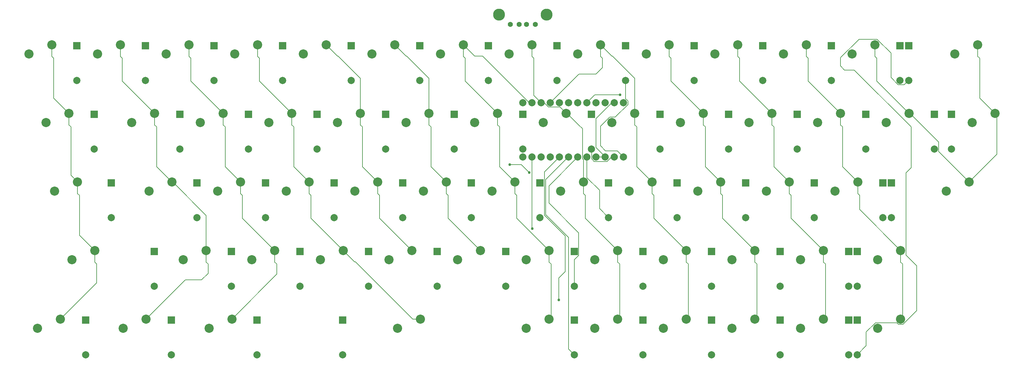
<source format=gbr>
G04 EAGLE Gerber RS-274X export*
G75*
%MOMM*%
%FSLAX34Y34*%
%LPD*%
%INTop Copper*%
%IPPOS*%
%AMOC8*
5,1,8,0,0,1.08239X$1,22.5*%
G01*
%ADD10C,2.000000*%
%ADD11C,2.540000*%
%ADD12R,2.000000X2.000000*%
%ADD13C,3.316000*%
%ADD14C,1.428000*%
%ADD15C,0.152400*%
%ADD16C,0.756400*%


D10*
X1524116Y691132D03*
X1549516Y691132D03*
X1574916Y691132D03*
X1600316Y691132D03*
X1625716Y691132D03*
X1651116Y691132D03*
X1676516Y691132D03*
X1701916Y691132D03*
X1727316Y691132D03*
X1752716Y691132D03*
X1778116Y691132D03*
X1803516Y691132D03*
X1524116Y842332D03*
X1549516Y842332D03*
X1574916Y842332D03*
X1600316Y842332D03*
X1625716Y842332D03*
X1651116Y842332D03*
X1676516Y842332D03*
X1701916Y842332D03*
X1727316Y842332D03*
X1752716Y842332D03*
X1778116Y842332D03*
X1803516Y842332D03*
D11*
X152400Y977900D03*
X215900Y1003300D03*
X342900Y977900D03*
X406400Y1003300D03*
X533400Y977900D03*
X596900Y1003300D03*
X723900Y977900D03*
X787400Y1003300D03*
X914400Y977900D03*
X977900Y1003300D03*
X1104900Y977900D03*
X1168400Y1003300D03*
X1295400Y977900D03*
X1358900Y1003300D03*
X1485900Y977900D03*
X1549400Y1003300D03*
X1676400Y977900D03*
X1739900Y1003300D03*
X1866900Y977900D03*
X1930400Y1003300D03*
X2057400Y977900D03*
X2120900Y1003300D03*
X2247900Y977900D03*
X2311400Y1003300D03*
X200025Y787400D03*
X263525Y812800D03*
X438150Y787400D03*
X501650Y812800D03*
X628650Y787400D03*
X692150Y812800D03*
X819150Y787400D03*
X882650Y812800D03*
X1009650Y787400D03*
X1073150Y812800D03*
X1200150Y787400D03*
X1263650Y812800D03*
X1390650Y787400D03*
X1454150Y812800D03*
X1581150Y787400D03*
X1644650Y812800D03*
X1771650Y787400D03*
X1835150Y812800D03*
X1962150Y787400D03*
X2025650Y812800D03*
X2152650Y787400D03*
X2216150Y812800D03*
X2343150Y787400D03*
X2406650Y812800D03*
X2533650Y787400D03*
X2597150Y812800D03*
X223838Y596900D03*
X287338Y622300D03*
X485775Y596900D03*
X549275Y622300D03*
X676275Y596900D03*
X739775Y622300D03*
X866775Y596900D03*
X930275Y622300D03*
X1057275Y596900D03*
X1120775Y622300D03*
X1247775Y596900D03*
X1311275Y622300D03*
X1438275Y596900D03*
X1501775Y622300D03*
X1628775Y596900D03*
X1692275Y622300D03*
X1819275Y596900D03*
X1882775Y622300D03*
X2009775Y596900D03*
X2073275Y622300D03*
X2200275Y596900D03*
X2263775Y622300D03*
X2390775Y596900D03*
X2454275Y622300D03*
X581025Y406400D03*
X644525Y431800D03*
X771525Y406400D03*
X835025Y431800D03*
X962025Y406400D03*
X1025525Y431800D03*
X1152525Y406400D03*
X1216025Y431800D03*
X1343025Y406400D03*
X1406525Y431800D03*
X1533525Y406400D03*
X1597025Y431800D03*
X1724025Y406400D03*
X1787525Y431800D03*
X1914525Y406400D03*
X1978025Y431800D03*
X2105025Y406400D03*
X2168525Y431800D03*
X2295525Y406400D03*
X2359025Y431800D03*
X2771775Y787400D03*
X2835275Y812800D03*
X176213Y215900D03*
X239713Y241300D03*
X414338Y215900D03*
X477838Y241300D03*
X652463Y215900D03*
X715963Y241300D03*
X1724025Y215900D03*
X1787525Y241300D03*
X1914525Y215900D03*
X1978025Y241300D03*
X2105025Y215900D03*
X2168525Y241300D03*
X2295525Y215900D03*
X2359025Y241300D03*
X271463Y406400D03*
X334963Y431800D03*
X1176338Y215900D03*
X1239838Y241300D03*
X1533525Y215900D03*
X1597025Y241300D03*
D12*
X285750Y1000700D03*
D10*
X285750Y904300D03*
D12*
X476250Y1000700D03*
D10*
X476250Y904300D03*
D12*
X666750Y1000700D03*
D10*
X666750Y904300D03*
D12*
X857250Y1000700D03*
D10*
X857250Y904300D03*
D12*
X1047750Y1000700D03*
D10*
X1047750Y904300D03*
D12*
X1238250Y1000700D03*
D10*
X1238250Y904300D03*
D12*
X1428750Y1000700D03*
D10*
X1428750Y904300D03*
D12*
X1619250Y1000700D03*
D10*
X1619250Y904300D03*
D12*
X1809750Y1000700D03*
D10*
X1809750Y904300D03*
D12*
X2000250Y1000700D03*
D10*
X2000250Y904300D03*
D12*
X2190750Y1000700D03*
D10*
X2190750Y904300D03*
D12*
X2381250Y1000700D03*
D10*
X2381250Y904300D03*
D12*
X2571750Y1000700D03*
D10*
X2571750Y904300D03*
D12*
X333375Y810200D03*
D10*
X333375Y713800D03*
D12*
X571500Y810200D03*
D10*
X571500Y713800D03*
D12*
X762000Y810200D03*
D10*
X762000Y713800D03*
D12*
X952500Y810200D03*
D10*
X952500Y713800D03*
D12*
X1143000Y810200D03*
D10*
X1143000Y713800D03*
D12*
X1333500Y810200D03*
D10*
X1333500Y713800D03*
D12*
X1524000Y810200D03*
D10*
X1524000Y713800D03*
D12*
X1714500Y810200D03*
D10*
X1714500Y713800D03*
D12*
X1905000Y810200D03*
D10*
X1905000Y713800D03*
D12*
X2095500Y810200D03*
D10*
X2095500Y713800D03*
D12*
X2286000Y810200D03*
D10*
X2286000Y713800D03*
D12*
X2476500Y810200D03*
D10*
X2476500Y713800D03*
D12*
X2667000Y810200D03*
D10*
X2667000Y713800D03*
D12*
X381000Y619700D03*
D10*
X381000Y523300D03*
D12*
X619125Y619700D03*
D10*
X619125Y523300D03*
D12*
X809625Y619700D03*
D10*
X809625Y523300D03*
D12*
X1000125Y619700D03*
D10*
X1000125Y523300D03*
D12*
X1190625Y619700D03*
D10*
X1190625Y523300D03*
D12*
X1381125Y619700D03*
D10*
X1381125Y523300D03*
D12*
X1571625Y619700D03*
D10*
X1571625Y523300D03*
D12*
X1762125Y619700D03*
D10*
X1762125Y523300D03*
D12*
X1952625Y619700D03*
D10*
X1952625Y523300D03*
D12*
X2143125Y619700D03*
D10*
X2143125Y523300D03*
D12*
X2333625Y619700D03*
D10*
X2333625Y523300D03*
D12*
X2524125Y619700D03*
D10*
X2524125Y523300D03*
D12*
X2547938Y619700D03*
D10*
X2547938Y523300D03*
D12*
X500063Y429200D03*
D10*
X500063Y332800D03*
D12*
X714375Y429200D03*
D10*
X714375Y332800D03*
D12*
X904875Y429200D03*
D10*
X904875Y332800D03*
D12*
X1095375Y429200D03*
D10*
X1095375Y332800D03*
D12*
X1285875Y429200D03*
D10*
X1285875Y332800D03*
D12*
X1476375Y429200D03*
D10*
X1476375Y332800D03*
D12*
X1666875Y429200D03*
D10*
X1666875Y332800D03*
D12*
X1857375Y429200D03*
D10*
X1857375Y332800D03*
D12*
X2047875Y429200D03*
D10*
X2047875Y332800D03*
D12*
X2238375Y429200D03*
D10*
X2238375Y332800D03*
D12*
X2428875Y429200D03*
D10*
X2428875Y332800D03*
D12*
X2714625Y810200D03*
D10*
X2714625Y713800D03*
D12*
X309563Y238700D03*
D10*
X309563Y142300D03*
D12*
X547688Y238700D03*
D10*
X547688Y142300D03*
D12*
X785813Y238700D03*
D10*
X785813Y142300D03*
D12*
X1023938Y238700D03*
D10*
X1023938Y142300D03*
D12*
X1666875Y238700D03*
D10*
X1666875Y142300D03*
D12*
X1857375Y238700D03*
D10*
X1857375Y142300D03*
D12*
X2047875Y238700D03*
D10*
X2047875Y142300D03*
D12*
X2238375Y238700D03*
D10*
X2238375Y142300D03*
D12*
X2428875Y238700D03*
D10*
X2428875Y142300D03*
D11*
X2724150Y977900D03*
X2787650Y1003300D03*
D12*
X2595563Y1000700D03*
D10*
X2595563Y904300D03*
D11*
X2438400Y977900D03*
X2501900Y1003300D03*
X2700338Y596900D03*
X2763838Y622300D03*
D13*
X1589700Y1086388D03*
X1458300Y1086388D03*
D14*
X1514000Y1059288D03*
X1534000Y1059288D03*
X1489000Y1059288D03*
X1559000Y1059288D03*
D11*
X2509838Y406400D03*
X2573338Y431800D03*
X2509838Y215900D03*
X2573338Y241300D03*
D12*
X2452688Y429200D03*
D10*
X2452688Y332800D03*
D12*
X2452688Y238700D03*
D10*
X2452688Y142300D03*
D15*
X1809750Y853474D02*
X1809750Y904300D01*
X1809750Y853474D02*
X1815802Y847421D01*
X1765443Y802386D02*
X1739528Y776471D01*
X1739528Y722532D01*
X1753850Y708210D01*
X1815802Y837243D02*
X1815802Y847421D01*
X1815802Y837243D02*
X1780945Y802386D01*
X1765443Y802386D01*
X1786438Y708210D02*
X1803516Y691132D01*
X1786438Y708210D02*
X1753850Y708210D01*
X1722227Y678846D02*
X1715030Y686043D01*
X1770091Y691132D02*
X1778116Y691132D01*
X1715030Y713270D02*
X1714500Y713800D01*
X1757805Y678846D02*
X1770091Y691132D01*
X1715030Y686043D02*
X1715030Y713270D01*
X1722227Y678846D02*
X1757805Y678846D01*
X1701916Y691132D02*
X1701916Y633852D01*
X1737097Y548328D02*
X1762125Y523300D01*
X1737097Y598671D02*
X1701916Y633852D01*
X1737097Y598671D02*
X1737097Y548328D01*
X1666875Y405967D02*
X1666875Y332800D01*
X1666875Y405967D02*
X1679161Y418253D01*
X1596653Y611269D02*
X1676516Y691132D01*
X1596653Y611269D02*
X1596653Y563455D01*
X1679161Y480947D02*
X1679161Y418253D01*
X1679161Y480947D02*
X1596653Y563455D01*
X2501900Y970830D02*
X2501900Y1003300D01*
X2501900Y970830D02*
X2507422Y965308D01*
X2507422Y902528D02*
X2597150Y812800D01*
X2507422Y902528D02*
X2507422Y965308D01*
X2679286Y706852D02*
X2763838Y622300D01*
X2679286Y732731D02*
X2599217Y812800D01*
X2597150Y812800D01*
X2679286Y732731D02*
X2679286Y706852D01*
X2835275Y812800D02*
X2840797Y807278D01*
X2840797Y699260D01*
X2763838Y622300D01*
X2793172Y965308D02*
X2787650Y970830D01*
X2787650Y1003300D01*
X2793172Y854903D02*
X2835275Y812800D01*
X2793172Y854903D02*
X2793172Y965308D01*
X1723584Y864000D02*
X1701916Y842332D01*
X1723584Y864000D02*
X1794000Y864000D01*
D16*
X1794000Y864000D03*
D15*
X2311400Y970830D02*
X2311400Y1003300D01*
X2311400Y970830D02*
X2316922Y965308D01*
X2316922Y902528D02*
X2406650Y812800D01*
X2316922Y902528D02*
X2316922Y965308D01*
X2406650Y812800D02*
X2406650Y780330D01*
X2412172Y774808D01*
X2412172Y664403D02*
X2454275Y622300D01*
X2412172Y664403D02*
X2412172Y774808D01*
X2454275Y622300D02*
X2454275Y589830D01*
X2459797Y584308D01*
X2459797Y545341D02*
X2573338Y431800D01*
X2459797Y545341D02*
X2459797Y584308D01*
X2573338Y431800D02*
X2573338Y399330D01*
X2578860Y393808D01*
X2578860Y245235D01*
X2571750Y238125D01*
X2571750Y239713D01*
X2573338Y241300D01*
X2120900Y970830D02*
X2120900Y1003300D01*
X2120900Y970830D02*
X2126422Y965308D01*
X2126422Y902528D02*
X2216150Y812800D01*
X2126422Y902528D02*
X2126422Y965308D01*
X2216150Y812800D02*
X2216150Y780330D01*
X2221672Y774808D01*
X2221672Y664403D02*
X2263775Y622300D01*
X2221672Y664403D02*
X2221672Y774808D01*
X2263775Y622300D02*
X2263775Y589830D01*
X2269297Y584308D01*
X2269297Y521528D02*
X2359025Y431800D01*
X2269297Y521528D02*
X2269297Y584308D01*
X2359025Y431800D02*
X2359025Y399330D01*
X2364547Y393808D01*
X2364547Y245235D01*
X2357438Y238125D01*
X2357438Y239713D01*
X2359025Y241300D01*
X2417655Y933078D02*
X2406278Y944455D01*
X2567130Y226314D02*
X2579545Y226314D01*
X2477716Y167328D02*
X2452688Y142300D01*
X2406278Y944455D02*
X2406278Y966971D01*
X2602672Y661747D02*
X2588516Y647591D01*
X2588516Y418689D01*
X2618160Y389045D01*
X2477716Y204971D02*
X2477716Y167328D01*
X2618160Y264929D02*
X2618160Y389045D01*
X2618160Y264929D02*
X2579545Y226314D01*
X2567130Y226314D02*
X2562558Y230886D01*
X2503630Y230886D01*
X2477716Y204971D01*
X2583277Y892014D02*
X2595563Y904300D01*
X2583277Y892014D02*
X2566661Y892014D01*
X2546722Y911953D01*
X2444402Y933078D02*
X2417655Y933078D01*
X2444402Y933078D02*
X2602672Y774808D01*
X2602672Y661747D01*
X2546722Y911953D02*
X2546722Y979671D01*
X2508107Y1018286D01*
X2457593Y1018286D01*
X2406278Y966971D01*
X1651116Y158059D02*
X1666875Y142300D01*
X1651116Y691132D02*
X1650142Y691132D01*
X1587494Y628484D01*
X1587494Y531268D01*
X1651116Y467646D02*
X1651116Y158059D01*
X1651116Y467646D02*
X1587494Y531268D01*
X1930400Y970830D02*
X1930400Y1003300D01*
X1930400Y970830D02*
X1935922Y965308D01*
X1935922Y902528D02*
X2025650Y812800D01*
X1935922Y902528D02*
X1935922Y965308D01*
X2025650Y812800D02*
X2025650Y780330D01*
X2031172Y774808D01*
X2031172Y664403D02*
X2073275Y622300D01*
X2031172Y664403D02*
X2031172Y774808D01*
X2168525Y431800D02*
X2168525Y399330D01*
X2174047Y393808D01*
X2174047Y245235D01*
X2166938Y238125D01*
X2073275Y589830D02*
X2073275Y622300D01*
X2073275Y589830D02*
X2078797Y584308D01*
X2078797Y521528D02*
X2168525Y431800D01*
X2078797Y521528D02*
X2078797Y584308D01*
X2168525Y241300D02*
X2168525Y239713D01*
X2166938Y238125D01*
X1835150Y780330D02*
X1835150Y812800D01*
X1835150Y780330D02*
X1840672Y774808D01*
X1840672Y664403D02*
X1882775Y622300D01*
X1840672Y664403D02*
X1840672Y774808D01*
X1978025Y431800D02*
X1978025Y399330D01*
X1983547Y393808D01*
X1983547Y245235D01*
X1976438Y238125D01*
X1976438Y239713D01*
X1978025Y241300D01*
X1882775Y589830D02*
X1882775Y622300D01*
X1882775Y589830D02*
X1888297Y584308D01*
X1888297Y521528D02*
X1978025Y431800D01*
X1888297Y521528D02*
X1888297Y584308D01*
X1771278Y971922D02*
X1739900Y1003300D01*
X1771278Y971922D02*
X1773345Y971922D01*
X1835150Y910117D01*
X1835150Y812800D01*
X1727308Y921578D02*
X1745422Y939692D01*
X1679562Y921578D02*
X1600316Y842332D01*
X1745422Y939692D02*
X1745422Y965308D01*
X1727308Y921578D02*
X1679562Y921578D01*
X1739900Y970830D02*
X1745422Y965308D01*
X1739900Y970830D02*
X1739900Y1003300D01*
X1549400Y1003300D02*
X1549400Y970830D01*
X1554922Y965308D01*
X1692275Y622300D02*
X1692275Y618000D01*
X1692275Y589830D01*
X1697797Y584308D01*
X1697797Y521528D02*
X1787525Y431800D01*
X1697797Y521528D02*
X1697797Y584308D01*
X1787525Y431800D02*
X1787525Y399330D01*
X1793047Y393808D01*
X1793047Y245235D01*
X1785938Y238125D01*
X1785938Y239713D01*
X1787525Y241300D01*
X1574916Y842332D02*
X1554922Y862326D01*
X1554922Y965308D01*
X1627404Y830046D02*
X1644650Y812800D01*
X1582941Y842332D02*
X1574916Y842332D01*
X1582941Y842332D02*
X1595227Y830046D01*
X1627404Y830046D01*
X1644650Y812800D02*
X1646650Y812800D01*
X1678028Y781422D01*
X1678095Y781422D01*
X1689630Y686043D02*
X1692275Y683398D01*
X1692275Y618000D01*
X1689630Y769887D02*
X1678095Y781422D01*
X1689630Y769887D02*
X1689630Y686043D01*
X1358900Y970830D02*
X1358900Y1003300D01*
X1358900Y970830D02*
X1364422Y965308D01*
X1364422Y902528D02*
X1454150Y812800D01*
X1364422Y902528D02*
X1364422Y965308D01*
X1454150Y812800D02*
X1454150Y780330D01*
X1459672Y774808D01*
X1459672Y664403D02*
X1501775Y622300D01*
X1459672Y664403D02*
X1459672Y774808D01*
X1501775Y622300D02*
X1501775Y589830D01*
X1507297Y584308D01*
X1507297Y521528D02*
X1597025Y431800D01*
X1507297Y521528D02*
X1507297Y584308D01*
X1597025Y431800D02*
X1597025Y399330D01*
X1602547Y393808D01*
X1602547Y245235D01*
X1595438Y238125D01*
X1595438Y239713D01*
X1597025Y241300D01*
X1390278Y971922D02*
X1358900Y1003300D01*
X1541491Y842332D02*
X1549516Y842332D01*
X1411902Y971922D02*
X1390278Y971922D01*
X1411902Y971922D02*
X1541491Y842332D01*
X1199778Y971922D02*
X1168400Y1003300D01*
X1199778Y971922D02*
X1201845Y971922D01*
X1263650Y910117D01*
X1263650Y812800D01*
X1263650Y780330D01*
X1269172Y774808D01*
X1269172Y664403D02*
X1311275Y622300D01*
X1269172Y664403D02*
X1269172Y774808D01*
X1311275Y622300D02*
X1311275Y589830D01*
X1316797Y584308D01*
X1316797Y521528D02*
X1406525Y431800D01*
X1316797Y521528D02*
X1316797Y584308D01*
X1009278Y971922D02*
X977900Y1003300D01*
X1009278Y971922D02*
X1011345Y971922D01*
X1073150Y910117D01*
X1073150Y812800D01*
X1073150Y780330D01*
X1078672Y774808D01*
X1078672Y664403D02*
X1120775Y622300D01*
X1078672Y664403D02*
X1078672Y774808D01*
X1120775Y622300D02*
X1120775Y589830D01*
X1126297Y584308D01*
X1126297Y521528D02*
X1216025Y431800D01*
X1126297Y521528D02*
X1126297Y584308D01*
X787400Y970830D02*
X787400Y1003300D01*
X787400Y970830D02*
X792922Y965308D01*
X792922Y902528D02*
X882650Y812800D01*
X792922Y902528D02*
X792922Y965308D01*
X882650Y812800D02*
X882650Y780330D01*
X888172Y774808D01*
X888172Y664403D02*
X930275Y622300D01*
X888172Y664403D02*
X888172Y774808D01*
X930275Y622300D02*
X930275Y589830D01*
X935797Y584308D01*
X935797Y521528D02*
X1025525Y431800D01*
X935797Y521528D02*
X935797Y584308D01*
X1025525Y431800D02*
X1056903Y400422D01*
X1058970Y400422D01*
X1218092Y241300D02*
X1239838Y241300D01*
X1218092Y241300D02*
X1058970Y400422D01*
X1549516Y492484D02*
X1549516Y691132D01*
X1549516Y492484D02*
X1550000Y492000D01*
D16*
X1550000Y492000D03*
D15*
X596900Y970830D02*
X596900Y1003300D01*
X596900Y970830D02*
X602422Y965308D01*
X602422Y902528D02*
X692150Y812800D01*
X602422Y902528D02*
X602422Y965308D01*
X692150Y812800D02*
X692150Y780330D01*
X697672Y774808D01*
X697672Y664403D02*
X739775Y622300D01*
X697672Y664403D02*
X697672Y774808D01*
X739775Y622300D02*
X739775Y589830D01*
X745297Y584308D01*
X745297Y521528D02*
X835025Y431800D01*
X745297Y521528D02*
X745297Y584308D01*
X835025Y431800D02*
X835025Y399330D01*
X840547Y393808D01*
X840547Y365885D01*
X715963Y241300D01*
X406400Y970830D02*
X406400Y1003300D01*
X406400Y970830D02*
X411922Y965308D01*
X411922Y902528D02*
X501650Y812800D01*
X411922Y902528D02*
X411922Y965308D01*
X501650Y812800D02*
X501650Y780330D01*
X507172Y774808D01*
X507172Y664403D02*
X549275Y622300D01*
X507172Y664403D02*
X507172Y774808D01*
X550808Y622300D02*
X552967Y620141D01*
X550808Y622300D02*
X549275Y622300D01*
X552967Y620141D02*
X553501Y620141D01*
X644525Y529117D01*
X644525Y431800D01*
X650047Y393808D02*
X650047Y368192D01*
X631933Y350078D01*
X644525Y399330D02*
X644525Y431800D01*
X644525Y399330D02*
X650047Y393808D01*
X586616Y350078D02*
X477838Y241300D01*
X586616Y350078D02*
X631933Y350078D01*
D16*
X1488000Y670000D03*
D15*
X1520000Y670000D01*
X1542000Y648000D01*
D16*
X1542000Y648000D03*
D15*
X215900Y970830D02*
X215900Y1003300D01*
X215900Y970830D02*
X221422Y965308D01*
X221422Y854903D02*
X263525Y812800D01*
X221422Y854903D02*
X221422Y965308D01*
X263525Y812800D02*
X263525Y780330D01*
X269047Y774808D01*
X269047Y640591D02*
X287338Y622300D01*
X269047Y640591D02*
X269047Y774808D01*
X287338Y622300D02*
X287338Y589830D01*
X292860Y584308D01*
X292860Y473903D02*
X334963Y431800D01*
X292860Y473903D02*
X292860Y584308D01*
X334963Y431800D02*
X334963Y399330D01*
X340485Y393808D01*
X340485Y342072D01*
X239713Y241300D01*
D16*
X1624000Y294000D03*
D15*
X1624000Y355108D01*
X1641847Y372955D01*
X1641847Y472181D01*
X1584141Y529887D01*
X1584141Y649557D01*
X1625716Y691132D01*
X1771305Y842332D02*
X1778116Y842332D01*
X1771305Y842332D02*
X1727438Y798465D01*
X1727438Y717398D01*
X1752716Y692119D01*
X1752716Y691132D01*
X1727316Y691132D01*
M02*

</source>
